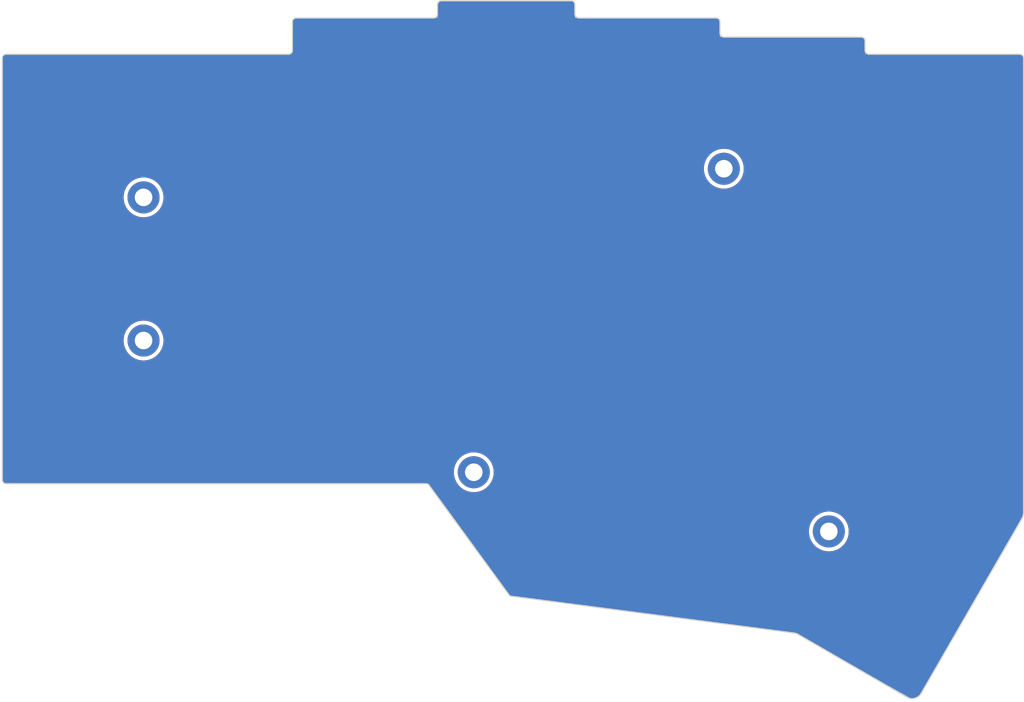
<source format=kicad_pcb>
(kicad_pcb (version 20221018) (generator pcbnew)
  (title_block (title "Corne Bottom Plate") (date "2018-11-15") (rev "2.1") (company "foostan"))
  (layers (0 "F.Cu" signal) (31 "B.Cu" signal) (34 "B.Paste" user) (35 "F.Paste" user) (36 "B.SilkS" user "B.Silkscreen") (37 "F.SilkS" user "F.Silkscreen") (38 "B.Mask" user) (39 "F.Mask" user) (44 "Edge.Cuts" user))
  (net 0 "")
  (footprint "kbd:M2_Hole_TH" (layer "F.Cu") (at 79.5 86.75)
    (fp_text reference "" (at 0 -3.2) (layer "F.SilkS"))
    (fp_text value "")
    (pad "" thru_hole circle (at 0 0) (size 4.2 4.2) (drill 2.3) (layers "*.Cu" "*.Mask"))
  )
  (footprint "kbd:M2_Hole_TH" (layer "F.Cu") (at 79.5 105.5)
    (fp_text reference "" (at 0 -3.2) (layer "F.SilkS"))
    (fp_text value "")
    (pad "" thru_hole circle (at 0 0) (size 4.2 4.2) (drill 2.3) (layers "*.Cu" "*.Mask"))
  )
  (footprint "kbd:M2_Hole_TH" (layer "F.Cu") (at 155.5 83)
    (fp_text reference "" (at 0 -3.2) (layer "F.SilkS"))
    (fp_text value "")
    (pad "" thru_hole circle (at 0 0) (size 4.2 4.2) (drill 2.3) (layers "*.Cu" "*.Mask"))
  )
  (footprint "kbd:M2_Hole_TH" (layer "F.Cu") (at 122.75 122.75)
    (fp_text reference "" (at 0 -3.2) (layer "F.SilkS"))
    (fp_text value "")
    (pad "" thru_hole circle (at 0 0) (size 4.2 4.2) (drill 2.3) (layers "*.Cu" "*.Mask"))
  )
  (footprint "kbd:M2_Hole_TH" (layer "F.Cu") (at 169.25 130.5)
    (fp_text reference "" (at 0 -3.2) (layer "F.SilkS"))
    (fp_text value "")
    (pad "" thru_hole circle (at 0 0) (size 4.2 4.2) (drill 2.3) (layers "*.Cu" "*.Mask"))
  )
  (footprint "kbd:corne-horizontal" (layer "F.Cu") (at 127.52 96.53)
    (fp_text reference "G***" hide)
    (fp_text value "LOGO" hide)
  )
  (footprint "kbd:corne-horizontal" (layer "B.Cu") (at 127.44 96.53 180)
    (fp_text reference "G***" hide)
    (fp_text value "LOGO" hide)
  )
  (gr_arc (start 61.5 124.25) (mid 61.146447 124.103553) (end 61 123.75) (stroke (width 0.15)) (layer "Edge.Cuts"))
  (gr_line (start 61 68.5) (end 61 123.75) (stroke (width 0.15)) (layer "Edge.Cuts"))
  (gr_line (start 135.5 61) (end 118.5 61) (stroke (width 0.15)) (layer "Edge.Cuts"))
  (gr_arc (start 118 61.5) (mid 118.146447 61.146447) (end 118.5 61) (stroke (width 0.15)) (layer "Edge.Cuts"))
  (gr_line (start 117.5 63.25) (end 99.5 63.25) (stroke (width 0.15)) (layer "Edge.Cuts"))
  (gr_arc (start 155.5 65.75) (mid 155.146447 65.603553) (end 155 65.25) (stroke (width 0.15)) (layer "Edge.Cuts"))
  (gr_arc (start 173.5 65.75) (mid 173.853553 65.896447) (end 174 66.25) (stroke (width 0.15)) (layer "Edge.Cuts"))
  (gr_line (start 127.75 139) (end 164.420556 143.770344) (stroke (width 0.15)) (layer "Edge.Cuts"))
  (gr_arc (start 99 63.75) (mid 99.146447 63.396447) (end 99.5 63.25) (stroke (width 0.15)) (layer "Edge.Cuts"))
  (gr_arc (start 116.5 124.25) (mid 116.691342 124.28806) (end 116.853553 124.396447) (stroke (width 0.15)) (layer "Edge.Cuts"))
  (gr_arc (start 99 67.5) (mid 98.853553 67.853553) (end 98.5 68) (stroke (width 0.15)) (layer "Edge.Cuts"))
  (gr_line (start 99 63.75) (end 99 67.5) (stroke (width 0.15)) (layer "Edge.Cuts"))
  (gr_arc (start 61 68.5) (mid 61.146447 68.146447) (end 61.5 68) (stroke (width 0.15)) (layer "Edge.Cuts"))
  (gr_line (start 136 62.75) (end 136 61.5) (stroke (width 0.15)) (layer "Edge.Cuts"))
  (gr_line (start 154.5 63.25) (end 136.5 63.25) (stroke (width 0.15)) (layer "Edge.Cuts"))
  (gr_arc (start 135.5 61) (mid 135.853553 61.146447) (end 136 61.5) (stroke (width 0.15)) (layer "Edge.Cuts"))
  (gr_line (start 98.5 68) (end 61.5 68) (stroke (width 0.15)) (layer "Edge.Cuts"))
  (gr_line (start 165.075 143.9) (end 179.369251 152.160956) (stroke (width 0.15)) (layer "Edge.Cuts"))
  (gr_line (start 116.5 124.25) (end 61.499995 124.25) (stroke (width 0.15)) (layer "Edge.Cuts"))
  (gr_line (start 118 61.5) (end 118 62.75) (stroke (width 0.15)) (layer "Edge.Cuts"))
  (gr_arc (start 164.420556 143.770344) (mid 164.750952 143.819149) (end 165.075 143.9) (stroke (width 0.15)) (layer "Edge.Cuts"))
  (gr_arc (start 194.25 68) (mid 194.603553 68.146447) (end 194.75 68.5) (stroke (width 0.15)) (layer "Edge.Cuts"))
  (gr_arc (start 194.75 127.975) (mid 194.695218 128.426668) (end 194.522764 128.847696) (stroke (width 0.15)) (layer "Edge.Cuts"))
  (gr_arc (start 136.5 63.25) (mid 136.146447 63.103553) (end 136 62.75) (stroke (width 0.15)) (layer "Edge.Cuts"))
  (gr_line (start 194.75 68.5) (end 194.75 127.975) (stroke (width 0.15)) (layer "Edge.Cuts"))
  (gr_arc (start 174.5 68) (mid 174.146447 67.853553) (end 174 67.5) (stroke (width 0.15)) (layer "Edge.Cuts"))
  (gr_line (start 174 66.25) (end 174 67.5) (stroke (width 0.15)) (layer "Edge.Cuts"))
  (gr_arc (start 118 62.75) (mid 117.853553 63.103553) (end 117.5 63.25) (stroke (width 0.15)) (layer "Edge.Cuts"))
  (gr_line (start 155 65.25) (end 155 63.75) (stroke (width 0.15)) (layer "Edge.Cuts"))
  (gr_line (start 116.853553 124.396447) (end 127.396447 138.853553) (stroke (width 0.15)) (layer "Edge.Cuts"))
  (gr_line (start 181.297263 151.781465) (end 194.525 128.85) (stroke (width 0.15)) (layer "Edge.Cuts"))
  (gr_line (start 194.25 68) (end 174.5 68) (stroke (width 0.15)) (layer "Edge.Cuts"))
  (gr_arc (start 127.75 139) (mid 127.558658 138.96194) (end 127.396447 138.853553) (stroke (width 0.15)) (layer "Edge.Cuts"))
  (gr_line (start 173.5 65.75) (end 155.5 65.75) (stroke (width 0.15)) (layer "Edge.Cuts"))
  (gr_arc (start 154.5 63.25) (mid 154.853553 63.396447) (end 155 63.75) (stroke (width 0.15)) (layer "Edge.Cuts"))
  (gr_arc (start 181.297263 151.781465) (mid 180.412069 152.371617) (end 179.369251 152.160956) (stroke (width 0.15)) (layer "Edge.Cuts"))
  (zone (net 0) (net_name "") (layer "F.Cu") (connect_pads (clearance 0.508)) (min_thickness 0.254) (fill yes (thermal_gap 0.508) (thermal_bridge_width 0.508))
    (polygon (pts (xy 194.7 67.9) (xy 174 67.9) (xy 174 65.7) (xy 155 65.7) (xy 155 63.2) (xy 136 63.2) (xy 136 60.9) (xy 118 60.9) (xy 118 63.2) (xy 98.8 63.2) (xy 98.9 67.9) (xy 60.7 68) (xy 60.9 124.7) (xy 116.6 124.2) (xy 127.4 139.1) (xy 165.05 143.9) (xy 180.75 152.775) (xy 194.8 128.1) (xy 194.8 67.9)))
  )
  (zone (net 0) (net_name "") (layer "B.Cu") (connect_pads (clearance 0.508)) (min_thickness 0.254) (fill yes (thermal_gap 0.508) (thermal_bridge_width 0.508))
    (polygon (pts (xy 194.7 67.9) (xy 174 67.9) (xy 174 65.7) (xy 155 65.7) (xy 155 63.2) (xy 136 63.2) (xy 136 60.9) (xy 118 60.9) (xy 118 63.2) (xy 98.8 63.2) (xy 98.9 67.9) (xy 60.7 68) (xy 60.9 124.7) (xy 116.6 124.2) (xy 127.6 139) (xy 165 143.925) (xy 180.775 152.825) (xy 194.8 128.3) (xy 194.8 67.9)))
  )
)
</source>
